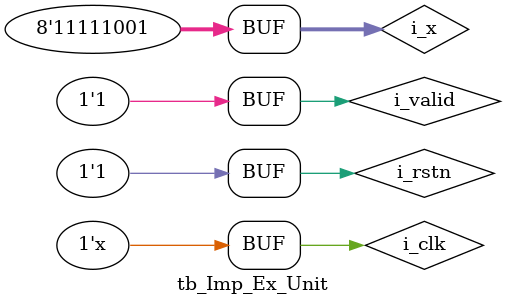
<source format=v>
module tb_Imp_Ex_Unit ();
	reg 				i_clk;
	reg					i_rstn;
	reg					i_valid;
	reg	 signed	[7:0]	i_x;

	wire				o_Ex_done;
	wire signed	[8:0]	o_Ex;

	
	always #5 i_clk = ~i_clk;

	Imp_Ex_Unit u_Imp_Ex_Unit (
		.i_clk(i_clk),
        .i_rstn(i_rstn),
        .i_valid(i_valid), 
        .i_x(i_x),
        .o_Ex_done(o_Ex_done),
        .o_Ex(o_Ex)
    );
			

	initial
	begin
		i_clk = 1'd0;	i_rstn = 1'd0;	i_valid = 1'd0;		
		#1 i_rstn = 1'd1;	#1 i_rstn = 1'd0; 	#2 i_rstn = 1'd1;
		
		#5 i_valid = 1'd1;	
		
		
		#10 i_x = -8'sd1;
		#10 i_x = -8'sd2; 	
		#10 i_x = -8'sd3;	
		#10 i_x = -8'sd4;	
		#10 i_x = -8'sd5;			
		#10 i_x = -8'sd6;	
		#10 i_x = -8'sd7;			
		#10 i_x = -8'sd7;	



	end

endmodule


</source>
